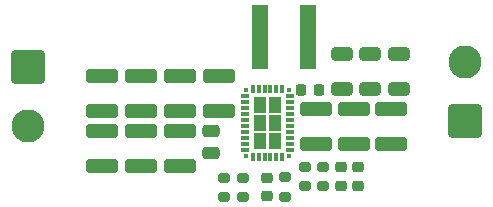
<source format=gbr>
%TF.GenerationSoftware,KiCad,Pcbnew,9.0.3*%
%TF.CreationDate,2025-10-03T16:36:05+02:00*%
%TF.ProjectId,board,626f6172-642e-46b6-9963-61645f706362,rev?*%
%TF.SameCoordinates,Original*%
%TF.FileFunction,Soldermask,Top*%
%TF.FilePolarity,Negative*%
%FSLAX46Y46*%
G04 Gerber Fmt 4.6, Leading zero omitted, Abs format (unit mm)*
G04 Created by KiCad (PCBNEW 9.0.3) date 2025-10-03 16:36:05*
%MOMM*%
%LPD*%
G01*
G04 APERTURE LIST*
G04 Aperture macros list*
%AMRoundRect*
0 Rectangle with rounded corners*
0 $1 Rounding radius*
0 $2 $3 $4 $5 $6 $7 $8 $9 X,Y pos of 4 corners*
0 Add a 4 corners polygon primitive as box body*
4,1,4,$2,$3,$4,$5,$6,$7,$8,$9,$2,$3,0*
0 Add four circle primitives for the rounded corners*
1,1,$1+$1,$2,$3*
1,1,$1+$1,$4,$5*
1,1,$1+$1,$6,$7*
1,1,$1+$1,$8,$9*
0 Add four rect primitives between the rounded corners*
20,1,$1+$1,$2,$3,$4,$5,0*
20,1,$1+$1,$4,$5,$6,$7,0*
20,1,$1+$1,$6,$7,$8,$9,0*
20,1,$1+$1,$8,$9,$2,$3,0*%
G04 Aperture macros list end*
%ADD10RoundRect,0.200000X-0.275000X0.200000X-0.275000X-0.200000X0.275000X-0.200000X0.275000X0.200000X0*%
%ADD11RoundRect,0.250000X1.100000X-0.325000X1.100000X0.325000X-1.100000X0.325000X-1.100000X-0.325000X0*%
%ADD12RoundRect,0.250000X-0.650000X0.325000X-0.650000X-0.325000X0.650000X-0.325000X0.650000X0.325000X0*%
%ADD13RoundRect,0.250000X-0.465000X-2.500000X0.465000X-2.500000X0.465000X2.500000X-0.465000X2.500000X0*%
%ADD14RoundRect,0.200000X0.275000X-0.200000X0.275000X0.200000X-0.275000X0.200000X-0.275000X-0.200000X0*%
%ADD15RoundRect,0.250000X-1.100000X0.325000X-1.100000X-0.325000X1.100000X-0.325000X1.100000X0.325000X0*%
%ADD16RoundRect,0.250001X1.149999X-1.149999X1.149999X1.149999X-1.149999X1.149999X-1.149999X-1.149999X0*%
%ADD17C,2.800000*%
%ADD18RoundRect,0.250000X-0.475000X0.250000X-0.475000X-0.250000X0.475000X-0.250000X0.475000X0.250000X0*%
%ADD19R,0.700000X0.300000*%
%ADD20R,0.300000X0.700000*%
%ADD21R,1.125000X1.355000*%
%ADD22R,1.125000X1.340000*%
%ADD23R,0.375000X0.375000*%
%ADD24RoundRect,0.225000X-0.250000X0.225000X-0.250000X-0.225000X0.250000X-0.225000X0.250000X0.225000X0*%
%ADD25RoundRect,0.250001X-1.149999X1.149999X-1.149999X-1.149999X1.149999X-1.149999X1.149999X1.149999X0*%
%ADD26RoundRect,0.225000X0.250000X-0.225000X0.250000X0.225000X-0.250000X0.225000X-0.250000X-0.225000X0*%
%ADD27RoundRect,0.225000X0.225000X0.250000X-0.225000X0.250000X-0.225000X-0.250000X0.225000X-0.250000X0*%
G04 APERTURE END LIST*
D10*
%TO.C,R1*%
X160600000Y-111350000D03*
X160600000Y-113000000D03*
%TD*%
D11*
%TO.C,C8*%
X168350000Y-108500000D03*
X168350000Y-105550000D03*
%TD*%
D12*
%TO.C,C16*%
X170550000Y-100875000D03*
X170550000Y-103825000D03*
%TD*%
D13*
%TO.C,L1*%
X163630000Y-99450000D03*
X167670000Y-99450000D03*
%TD*%
D14*
%TO.C,R5*%
X168950000Y-112050000D03*
X168950000Y-110400000D03*
%TD*%
D11*
%TO.C,C3*%
X153550000Y-105700000D03*
X153550000Y-102750000D03*
%TD*%
D15*
%TO.C,C6*%
X150250000Y-107400000D03*
X150250000Y-110350000D03*
%TD*%
D14*
%TO.C,R2*%
X165750000Y-112950000D03*
X165750000Y-111300000D03*
%TD*%
D12*
%TO.C,C18*%
X175350000Y-100900000D03*
X175350000Y-103850000D03*
%TD*%
D11*
%TO.C,C9*%
X174750000Y-108500000D03*
X174750000Y-105550000D03*
%TD*%
D16*
%TO.C,J1*%
X181000000Y-106500000D03*
D17*
X181000000Y-101500000D03*
%TD*%
D18*
%TO.C,C11*%
X159450000Y-107350000D03*
X159450000Y-109250000D03*
%TD*%
D10*
%TO.C,R4*%
X167450000Y-110400000D03*
X167450000Y-112050000D03*
%TD*%
D11*
%TO.C,C2*%
X150250000Y-105700000D03*
X150250000Y-102750000D03*
%TD*%
D15*
%TO.C,C5*%
X153550000Y-107400000D03*
X153550000Y-110350000D03*
%TD*%
%TO.C,C4*%
X156850000Y-107400000D03*
X156850000Y-110350000D03*
%TD*%
D10*
%TO.C,R3*%
X162150000Y-111350000D03*
X162150000Y-113000000D03*
%TD*%
D19*
%TO.C,U1*%
X166150000Y-108950000D03*
X166150000Y-108450000D03*
X166150000Y-107950000D03*
X166150000Y-107450000D03*
X166150000Y-106950000D03*
X166150000Y-106450000D03*
X166150000Y-105950000D03*
X166150000Y-105450000D03*
X166150000Y-104950001D03*
X166150000Y-104450000D03*
D20*
X165500000Y-103800000D03*
X165000000Y-103800000D03*
X164500000Y-103800000D03*
X164000000Y-103800000D03*
X163500000Y-103800000D03*
X163000000Y-103800000D03*
D19*
X162350000Y-104450000D03*
X162350000Y-104950000D03*
X162350000Y-105450000D03*
X162350000Y-105950000D03*
X162350000Y-106450000D03*
X162350000Y-106950000D03*
X162350000Y-107450000D03*
X162350000Y-107950000D03*
X162350000Y-108449999D03*
X162350000Y-108950000D03*
D20*
X163000000Y-109600000D03*
X163500000Y-109600000D03*
X164000000Y-109600000D03*
X164500000Y-109600000D03*
X165000000Y-109600000D03*
X165500000Y-109600000D03*
D21*
X164912500Y-108247500D03*
X163587500Y-108247500D03*
D22*
X164912500Y-106700000D03*
X163587500Y-106700000D03*
D21*
X164912500Y-105152500D03*
X163587500Y-105152500D03*
D23*
X166062500Y-109512500D03*
X166062500Y-103887500D03*
X162437500Y-103887500D03*
X162437500Y-109512500D03*
%TD*%
D24*
%TO.C,C12*%
X171950000Y-110450000D03*
X171950000Y-112000000D03*
%TD*%
D11*
%TO.C,C10*%
X156850000Y-105700000D03*
X156850000Y-102750000D03*
%TD*%
D24*
%TO.C,C15*%
X170450000Y-110450000D03*
X170450000Y-112000000D03*
%TD*%
D25*
%TO.C,J2*%
X144000000Y-102000000D03*
D17*
X144000000Y-107000000D03*
%TD*%
D26*
%TO.C,C13*%
X164250000Y-112900000D03*
X164250000Y-111350000D03*
%TD*%
D11*
%TO.C,C1*%
X171550000Y-108500000D03*
X171550000Y-105550000D03*
%TD*%
D12*
%TO.C,C17*%
X172950000Y-100900000D03*
X172950000Y-103850000D03*
%TD*%
D11*
%TO.C,C7*%
X160150000Y-105700000D03*
X160150000Y-102750000D03*
%TD*%
D27*
%TO.C,C14*%
X168650000Y-103950000D03*
X167100000Y-103950000D03*
%TD*%
M02*

</source>
